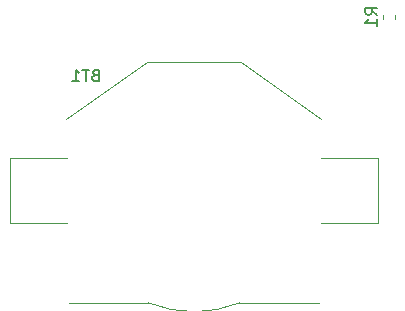
<source format=gbr>
G04 #@! TF.GenerationSoftware,KiCad,Pcbnew,(5.1.4)-1*
G04 #@! TF.CreationDate,2020-02-12T22:39:29-05:00*
G04 #@! TF.ProjectId,uradisappointment,75726164-6973-4617-9070-6f696e746d65,rev?*
G04 #@! TF.SameCoordinates,Original*
G04 #@! TF.FileFunction,Legend,Bot*
G04 #@! TF.FilePolarity,Positive*
%FSLAX46Y46*%
G04 Gerber Fmt 4.6, Leading zero omitted, Abs format (unit mm)*
G04 Created by KiCad (PCBNEW (5.1.4)-1) date 2020-02-12 22:39:29*
%MOMM*%
%LPD*%
G04 APERTURE LIST*
%ADD10C,0.120000*%
%ADD11C,0.150000*%
G04 APERTURE END LIST*
D10*
X14378400Y1940779D02*
X14378400Y1615221D01*
X13358400Y1940779D02*
X13358400Y1615221D01*
X-13416200Y-6904000D02*
X-6566200Y-2104000D01*
X-6566200Y-2104000D02*
X1333800Y-2104000D01*
X1333800Y-2104000D02*
X8133800Y-6904000D01*
X-13166200Y-22454000D02*
X-6466200Y-22454000D01*
X-6462585Y-22455464D02*
G75*
G03X1233800Y-22454000I3846385J9501464D01*
G01*
X7933800Y-22454000D02*
X1233800Y-22454000D01*
X-13366200Y-15704000D02*
X-18166200Y-15704000D01*
X-18166200Y-15704000D02*
X-18166200Y-10204000D01*
X-18166200Y-10204000D02*
X-13366200Y-10204000D01*
X8133800Y-10204000D02*
X12933800Y-10204000D01*
X12933800Y-10204000D02*
X12933800Y-15704000D01*
X12933800Y-15704000D02*
X8133800Y-15704000D01*
D11*
X12890780Y1944666D02*
X12414590Y2278000D01*
X12890780Y2516095D02*
X11890780Y2516095D01*
X11890780Y2135142D01*
X11938400Y2039904D01*
X11986019Y1992285D01*
X12081257Y1944666D01*
X12224114Y1944666D01*
X12319352Y1992285D01*
X12366971Y2039904D01*
X12414590Y2135142D01*
X12414590Y2516095D01*
X12890780Y992285D02*
X12890780Y1563714D01*
X12890780Y1278000D02*
X11890780Y1278000D01*
X12033638Y1373238D01*
X12128876Y1468476D01*
X12176495Y1563714D01*
X-10980485Y-3182571D02*
X-11123342Y-3230190D01*
X-11170961Y-3277809D01*
X-11218580Y-3373047D01*
X-11218580Y-3515904D01*
X-11170961Y-3611142D01*
X-11123342Y-3658761D01*
X-11028104Y-3706380D01*
X-10647152Y-3706380D01*
X-10647152Y-2706380D01*
X-10980485Y-2706380D01*
X-11075723Y-2754000D01*
X-11123342Y-2801619D01*
X-11170961Y-2896857D01*
X-11170961Y-2992095D01*
X-11123342Y-3087333D01*
X-11075723Y-3134952D01*
X-10980485Y-3182571D01*
X-10647152Y-3182571D01*
X-11504295Y-2706380D02*
X-12075723Y-2706380D01*
X-11790009Y-3706380D02*
X-11790009Y-2706380D01*
X-12932866Y-3706380D02*
X-12361438Y-3706380D01*
X-12647152Y-3706380D02*
X-12647152Y-2706380D01*
X-12551914Y-2849238D01*
X-12456676Y-2944476D01*
X-12361438Y-2992095D01*
M02*

</source>
